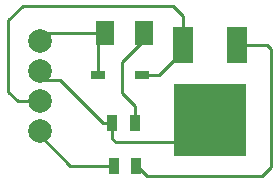
<source format=gtl>
G04 (created by PCBNEW (2013-07-07 BZR 4022)-stable) date 3/7/2015 12:39:01 PM*
%MOIN*%
G04 Gerber Fmt 3.4, Leading zero omitted, Abs format*
%FSLAX34Y34*%
G01*
G70*
G90*
G04 APERTURE LIST*
%ADD10C,0.00590551*%
%ADD11R,0.0472X0.0276*%
%ADD12R,0.06X0.08*%
%ADD13R,0.035X0.055*%
%ADD14R,0.065X0.12*%
%ADD15R,0.24X0.24*%
%ADD16C,0.0787402*%
%ADD17C,0.0106299*%
G04 APERTURE END LIST*
G54D10*
G54D11*
X10594Y-8149D03*
X9138Y-8149D03*
G54D12*
X9351Y-6769D03*
X10651Y-6769D03*
G54D13*
X9656Y-11194D03*
X10406Y-11194D03*
X9596Y-9739D03*
X10346Y-9739D03*
G54D14*
X13751Y-7159D03*
G54D15*
X12851Y-9659D03*
G54D14*
X11951Y-7159D03*
G54D16*
X7176Y-7030D03*
X7176Y-8030D03*
X7176Y-9030D03*
X7176Y-10030D03*
G54D17*
X9138Y-8149D02*
X9138Y-6982D01*
X9138Y-6982D02*
X9351Y-6769D01*
X9351Y-6769D02*
X7453Y-6769D01*
X7453Y-6769D02*
X7286Y-6936D01*
X7176Y-10030D02*
X7176Y-10166D01*
X8204Y-11194D02*
X9656Y-11194D01*
X7176Y-10166D02*
X8204Y-11194D01*
X7176Y-9030D02*
X6447Y-9030D01*
X11951Y-6178D02*
X11951Y-7159D01*
X11621Y-5848D02*
X11951Y-6178D01*
X6615Y-5848D02*
X11621Y-5848D01*
X6134Y-6329D02*
X6615Y-5848D01*
X6134Y-8717D02*
X6134Y-6329D01*
X6447Y-9030D02*
X6134Y-8717D01*
X10594Y-8149D02*
X11171Y-8149D01*
X11951Y-7369D02*
X11951Y-7159D01*
X11171Y-8149D02*
X11951Y-7369D01*
X12111Y-10399D02*
X9716Y-10399D01*
X9596Y-10279D02*
X9716Y-10399D01*
X9596Y-10279D02*
X9596Y-9739D01*
X12111Y-10399D02*
X12851Y-9659D01*
X12111Y-10399D02*
X12851Y-9659D01*
X9596Y-9739D02*
X9281Y-9739D01*
X9281Y-9739D02*
X7856Y-8314D01*
X7856Y-8314D02*
X7286Y-8314D01*
X9926Y-7714D02*
X9926Y-8764D01*
X10651Y-6989D02*
X9926Y-7714D01*
X9926Y-8764D02*
X10346Y-9184D01*
X10346Y-9739D02*
X10346Y-9184D01*
X10651Y-6989D02*
X10651Y-6769D01*
X10406Y-11194D02*
X10421Y-11194D01*
X14756Y-7159D02*
X13751Y-7159D01*
X14891Y-7294D02*
X14756Y-7159D01*
X14891Y-11209D02*
X14891Y-7294D01*
X14576Y-11524D02*
X14891Y-11209D01*
X10751Y-11524D02*
X14576Y-11524D01*
X10421Y-11194D02*
X10751Y-11524D01*
M02*

</source>
